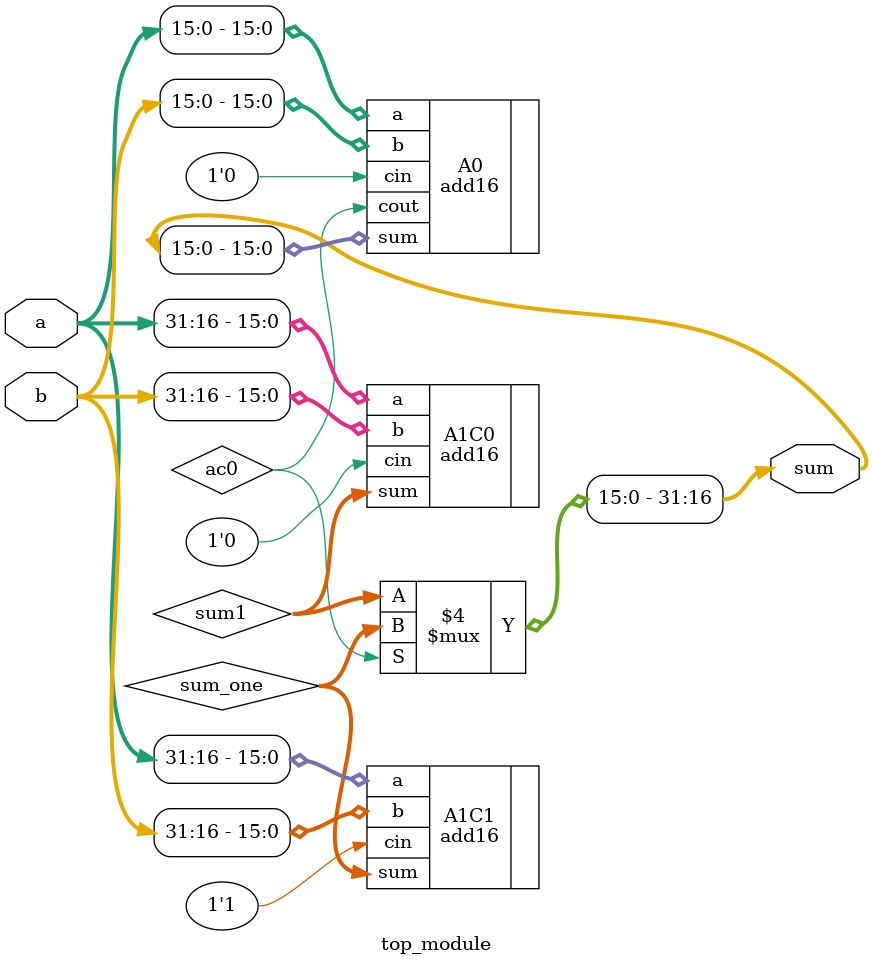
<source format=v>
module top_module(
    input [31:0] a,
    input [31:0] b,
    output [31:0] sum
);

    wire ac0;
    wire [31:16] sum1,sum_one;
    
    add16 A0 ( .a(a[15:0]), .b(b[15:0]), .cin(1'b0), .sum(sum[15:0]), .cout(ac0) );
    add16 A1C0 ( .a(a[31:16]), .b(b[31:16]), .cin(1'b0), .sum(sum1[31:16]) );
    add16 A1C1 ( .a(a[31:16]), .b(b[31:16]), .cin(1'b1), .sum(sum_one[31:16]) );
    
    always @(*)
        begin
           
            if(ac0 == 1'b0) sum[31:16] = sum1[31:16];
            else sum[31:16] = sum_one[31:16];
            
        end
    
endmodule

</source>
